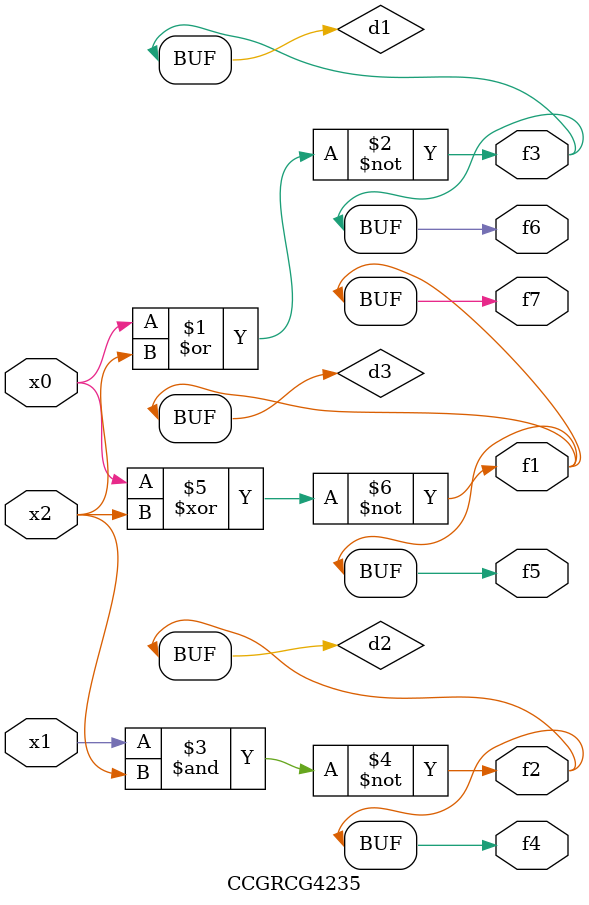
<source format=v>
module CCGRCG4235(
	input x0, x1, x2,
	output f1, f2, f3, f4, f5, f6, f7
);

	wire d1, d2, d3;

	nor (d1, x0, x2);
	nand (d2, x1, x2);
	xnor (d3, x0, x2);
	assign f1 = d3;
	assign f2 = d2;
	assign f3 = d1;
	assign f4 = d2;
	assign f5 = d3;
	assign f6 = d1;
	assign f7 = d3;
endmodule

</source>
